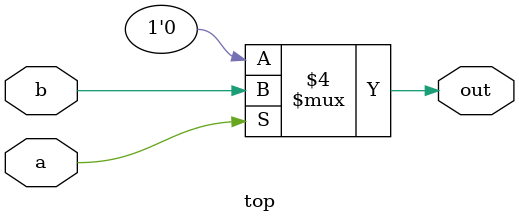
<source format=v>
module top(
    input wire a,    // 输入信号
    input wire b,    // 输入信号
    output reg out   // 输出信号
);

always @ (a or b) begin
    if (a == 1'b1) begin
        out = b;   // 如果 a 为 1，则赋值 out 为 b
    end else begin
        out = 1'b0; // 如果 a 为 0，则赋值 out 为 0
    end
end

endmodule
</source>
